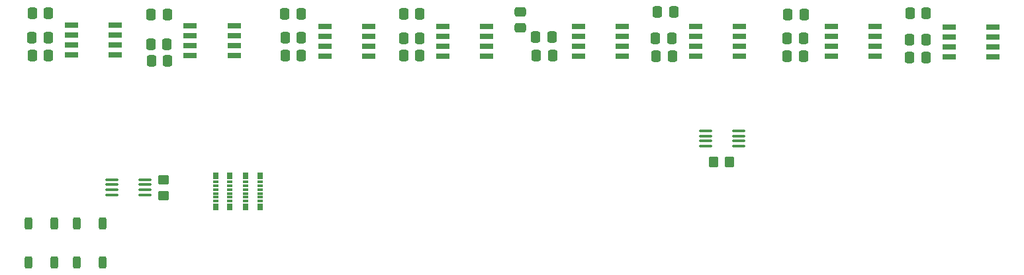
<source format=gbr>
%TF.GenerationSoftware,KiCad,Pcbnew,8.0.3*%
%TF.CreationDate,2025-06-03T03:43:46-07:00*%
%TF.ProjectId,Power_Distribution,506f7765-725f-4446-9973-747269627574,rev?*%
%TF.SameCoordinates,Original*%
%TF.FileFunction,Paste,Top*%
%TF.FilePolarity,Positive*%
%FSLAX46Y46*%
G04 Gerber Fmt 4.6, Leading zero omitted, Abs format (unit mm)*
G04 Created by KiCad (PCBNEW 8.0.3) date 2025-06-03 03:43:46*
%MOMM*%
%LPD*%
G01*
G04 APERTURE LIST*
G04 Aperture macros list*
%AMRoundRect*
0 Rectangle with rounded corners*
0 $1 Rounding radius*
0 $2 $3 $4 $5 $6 $7 $8 $9 X,Y pos of 4 corners*
0 Add a 4 corners polygon primitive as box body*
4,1,4,$2,$3,$4,$5,$6,$7,$8,$9,$2,$3,0*
0 Add four circle primitives for the rounded corners*
1,1,$1+$1,$2,$3*
1,1,$1+$1,$4,$5*
1,1,$1+$1,$6,$7*
1,1,$1+$1,$8,$9*
0 Add four rect primitives between the rounded corners*
20,1,$1+$1,$2,$3,$4,$5,0*
20,1,$1+$1,$4,$5,$6,$7,0*
20,1,$1+$1,$6,$7,$8,$9,0*
20,1,$1+$1,$8,$9,$2,$3,0*%
G04 Aperture macros list end*
%ADD10R,1.750000X0.650000*%
%ADD11RoundRect,0.250000X0.337500X0.475000X-0.337500X0.475000X-0.337500X-0.475000X0.337500X-0.475000X0*%
%ADD12RoundRect,0.250000X-0.450000X0.350000X-0.450000X-0.350000X0.450000X-0.350000X0.450000X0.350000X0*%
%ADD13RoundRect,0.100000X-0.712500X-0.100000X0.712500X-0.100000X0.712500X0.100000X-0.712500X0.100000X0*%
%ADD14RoundRect,0.250000X-0.475000X0.337500X-0.475000X-0.337500X0.475000X-0.337500X0.475000X0.337500X0*%
%ADD15RoundRect,0.250000X0.250000X-0.550000X0.250000X0.550000X-0.250000X0.550000X-0.250000X-0.550000X0*%
%ADD16R,0.787400X0.863600*%
%ADD17R,0.787400X0.355600*%
%ADD18RoundRect,0.250000X0.350000X0.450000X-0.350000X0.450000X-0.350000X-0.450000X0.350000X-0.450000X0*%
G04 APERTURE END LIST*
D10*
%TO.C,IC5*%
X141669200Y-84429600D03*
X141669200Y-83159600D03*
X141669200Y-81889600D03*
X141669200Y-80619600D03*
X136069200Y-80619600D03*
X136069200Y-81889600D03*
X136069200Y-83159600D03*
X136069200Y-84429600D03*
%TD*%
D11*
%TO.C,Cf1*%
X197887500Y-82346800D03*
X195812500Y-82346800D03*
%TD*%
D10*
%TO.C,IC7*%
X109372400Y-84378800D03*
X109372400Y-83108800D03*
X109372400Y-81838800D03*
X109372400Y-80568800D03*
X103772400Y-80568800D03*
X103772400Y-81838800D03*
X103772400Y-83108800D03*
X103772400Y-84378800D03*
%TD*%
D12*
%TO.C,R1*%
X100320000Y-100310000D03*
X100320000Y-102310000D03*
%TD*%
D11*
%TO.C,Cf3*%
X117979100Y-82092800D03*
X115904100Y-82092800D03*
%TD*%
%TO.C,Cf8*%
X85619500Y-82092800D03*
X83544500Y-82092800D03*
%TD*%
D13*
%TO.C,U2*%
X169675000Y-94020000D03*
X169675000Y-94670000D03*
X169675000Y-95320000D03*
X169675000Y-95970000D03*
X173900000Y-95970000D03*
X173900000Y-95320000D03*
X173900000Y-94670000D03*
X173900000Y-94020000D03*
%TD*%
D11*
%TO.C,Cb6*%
X165447800Y-84480400D03*
X163372800Y-84480400D03*
%TD*%
%TO.C,Cf11*%
X165617500Y-78790000D03*
X163542500Y-78790000D03*
%TD*%
D14*
%TO.C,Cf12*%
X146000000Y-78762500D03*
X146000000Y-80837500D03*
%TD*%
D11*
%TO.C,Cb2*%
X182211800Y-84429600D03*
X180136800Y-84429600D03*
%TD*%
%TO.C,Cb1*%
X197887500Y-84632800D03*
X195812500Y-84632800D03*
%TD*%
%TO.C,Cf7*%
X150033900Y-82042000D03*
X147958900Y-82042000D03*
%TD*%
D10*
%TO.C,IC6*%
X126581600Y-84429600D03*
X126581600Y-83159600D03*
X126581600Y-81889600D03*
X126581600Y-80619600D03*
X120981600Y-80619600D03*
X120981600Y-81889600D03*
X120981600Y-83159600D03*
X120981600Y-84429600D03*
%TD*%
%TO.C,IC4*%
X159054800Y-84480400D03*
X159054800Y-83210400D03*
X159054800Y-81940400D03*
X159054800Y-80670400D03*
X153454800Y-80670400D03*
X153454800Y-81940400D03*
X153454800Y-83210400D03*
X153454800Y-84480400D03*
%TD*%
D11*
%TO.C,Cb7*%
X150135500Y-84378800D03*
X148060500Y-84378800D03*
%TD*%
%TO.C,Cf14*%
X117962500Y-79025000D03*
X115887500Y-79025000D03*
%TD*%
%TO.C,Cf2*%
X182190300Y-82194400D03*
X180115300Y-82194400D03*
%TD*%
D15*
%TO.C,LED1*%
X83060000Y-110850000D03*
X86360000Y-110850000D03*
X83060000Y-105850000D03*
X86360000Y-105850000D03*
%TD*%
D16*
%TO.C,R3*%
X107000000Y-99820000D03*
D17*
X107000000Y-100567522D03*
X107000000Y-101061044D03*
X107000000Y-101554566D03*
X107000000Y-102048088D03*
X107000000Y-102541610D03*
X107000000Y-103035132D03*
D16*
X107000000Y-103782400D03*
X108828800Y-103782400D03*
D17*
X108828800Y-103035132D03*
X108828800Y-102541610D03*
X108828800Y-102048088D03*
X108828800Y-101554566D03*
X108828800Y-101061044D03*
X108828800Y-100567522D03*
D16*
X108828800Y-99820000D03*
%TD*%
D11*
%TO.C,Cf13*%
X133137500Y-79075000D03*
X131062500Y-79075000D03*
%TD*%
D15*
%TO.C,LED2*%
X89290000Y-110850000D03*
X92590000Y-110850000D03*
X89290000Y-105850000D03*
X92590000Y-105850000D03*
%TD*%
D11*
%TO.C,Cf10*%
X182270000Y-79140000D03*
X180195000Y-79140000D03*
%TD*%
%TO.C,Cb8*%
X85641000Y-84378800D03*
X83566000Y-84378800D03*
%TD*%
D13*
%TO.C,U1*%
X93767500Y-100260000D03*
X93767500Y-100910000D03*
X93767500Y-101560000D03*
X93767500Y-102210000D03*
X97992500Y-102210000D03*
X97992500Y-101560000D03*
X97992500Y-100910000D03*
X97992500Y-100260000D03*
%TD*%
D11*
%TO.C,Cb5*%
X133139000Y-84378800D03*
X131064000Y-84378800D03*
%TD*%
D10*
%TO.C,IC2*%
X191351600Y-84480400D03*
X191351600Y-83210400D03*
X191351600Y-81940400D03*
X191351600Y-80670400D03*
X185751600Y-80670400D03*
X185751600Y-81940400D03*
X185751600Y-83210400D03*
X185751600Y-84480400D03*
%TD*%
D11*
%TO.C,Cf4*%
X100808700Y-82905600D03*
X98733700Y-82905600D03*
%TD*%
%TO.C,Cf15*%
X100837500Y-79125000D03*
X98762500Y-79125000D03*
%TD*%
D10*
%TO.C,IC1*%
X206451200Y-84582000D03*
X206451200Y-83312000D03*
X206451200Y-82042000D03*
X206451200Y-80772000D03*
X200851200Y-80772000D03*
X200851200Y-82042000D03*
X200851200Y-83312000D03*
X200851200Y-84582000D03*
%TD*%
D11*
%TO.C,Cf16*%
X85637500Y-79000000D03*
X83562500Y-79000000D03*
%TD*%
D18*
%TO.C,R2*%
X172750000Y-97980000D03*
X170750000Y-97980000D03*
%TD*%
D11*
%TO.C,Cf9*%
X197920000Y-79000000D03*
X195845000Y-79000000D03*
%TD*%
D10*
%TO.C,IC8*%
X94171200Y-84328000D03*
X94171200Y-83058000D03*
X94171200Y-81788000D03*
X94171200Y-80518000D03*
X88571200Y-80518000D03*
X88571200Y-81788000D03*
X88571200Y-83058000D03*
X88571200Y-84328000D03*
%TD*%
D11*
%TO.C,Cb3*%
X117979100Y-84378800D03*
X115904100Y-84378800D03*
%TD*%
D16*
%TO.C,R4*%
X110850000Y-99820000D03*
D17*
X110850000Y-100567522D03*
X110850000Y-101061044D03*
X110850000Y-101554566D03*
X110850000Y-102048088D03*
X110850000Y-102541610D03*
X110850000Y-103035132D03*
D16*
X110850000Y-103782400D03*
X112678800Y-103782400D03*
D17*
X112678800Y-103035132D03*
X112678800Y-102541610D03*
X112678800Y-102048088D03*
X112678800Y-101554566D03*
X112678800Y-101061044D03*
X112678800Y-100567522D03*
D16*
X112678800Y-99820000D03*
%TD*%
D10*
%TO.C,IC3*%
X174040800Y-84480400D03*
X174040800Y-83210400D03*
X174040800Y-81940400D03*
X174040800Y-80670400D03*
X168440800Y-80670400D03*
X168440800Y-81940400D03*
X168440800Y-83210400D03*
X168440800Y-84480400D03*
%TD*%
D11*
%TO.C,Cb4*%
X100881000Y-85039200D03*
X98806000Y-85039200D03*
%TD*%
%TO.C,Cf5*%
X133139000Y-82143600D03*
X131064000Y-82143600D03*
%TD*%
%TO.C,Cf6*%
X165375500Y-82143600D03*
X163300500Y-82143600D03*
%TD*%
M02*

</source>
